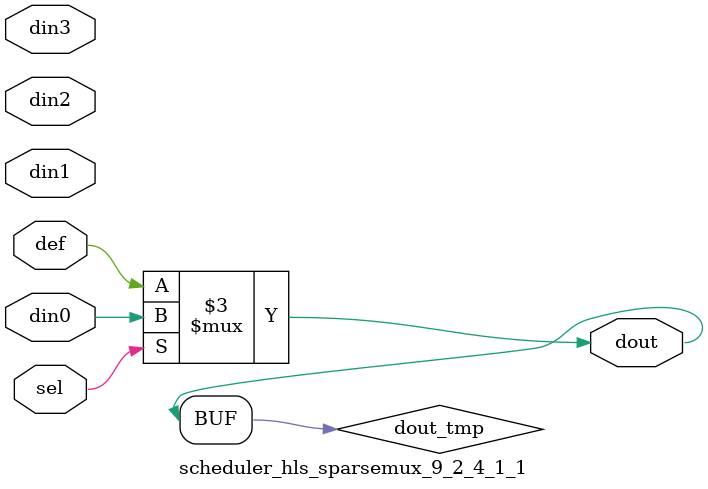
<source format=v>
`timescale 1ns / 1ps

module scheduler_hls_sparsemux_9_2_4_1_1 (din0,din1,din2,din3,def,sel,dout);

parameter din0_WIDTH = 1;

parameter din1_WIDTH = 1;

parameter din2_WIDTH = 1;

parameter din3_WIDTH = 1;

parameter def_WIDTH = 1;
parameter sel_WIDTH = 1;
parameter dout_WIDTH = 1;

parameter [sel_WIDTH-1:0] CASE0 = 1;

parameter [sel_WIDTH-1:0] CASE1 = 1;

parameter [sel_WIDTH-1:0] CASE2 = 1;

parameter [sel_WIDTH-1:0] CASE3 = 1;

parameter ID = 1;
parameter NUM_STAGE = 1;



input [din0_WIDTH-1:0] din0;

input [din1_WIDTH-1:0] din1;

input [din2_WIDTH-1:0] din2;

input [din3_WIDTH-1:0] din3;

input [def_WIDTH-1:0] def;
input [sel_WIDTH-1:0] sel;

output [dout_WIDTH-1:0] dout;



reg [dout_WIDTH-1:0] dout_tmp;


always @ (*) begin
(* parallel_case *) case (sel)
    
    CASE0 : dout_tmp = din0;
    
    CASE1 : dout_tmp = din1;
    
    CASE2 : dout_tmp = din2;
    
    CASE3 : dout_tmp = din3;
    
    default : dout_tmp = def;
endcase
end


assign dout = dout_tmp;



endmodule

</source>
